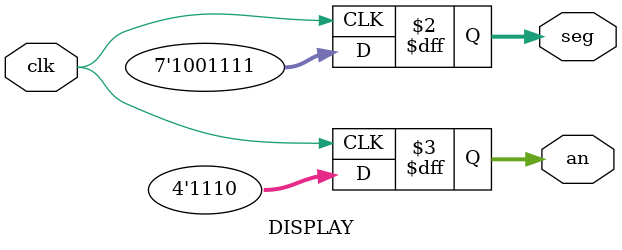
<source format=v>
`timescale 1ns / 1ps
module DISPLAY(
    input clk,
    output reg [6:0] seg,
    output reg [3:0] an
);

always @(posedge clk) begin
    seg <= 7'b1001111;
    an <= 4'b1110;
end

endmodule


</source>
